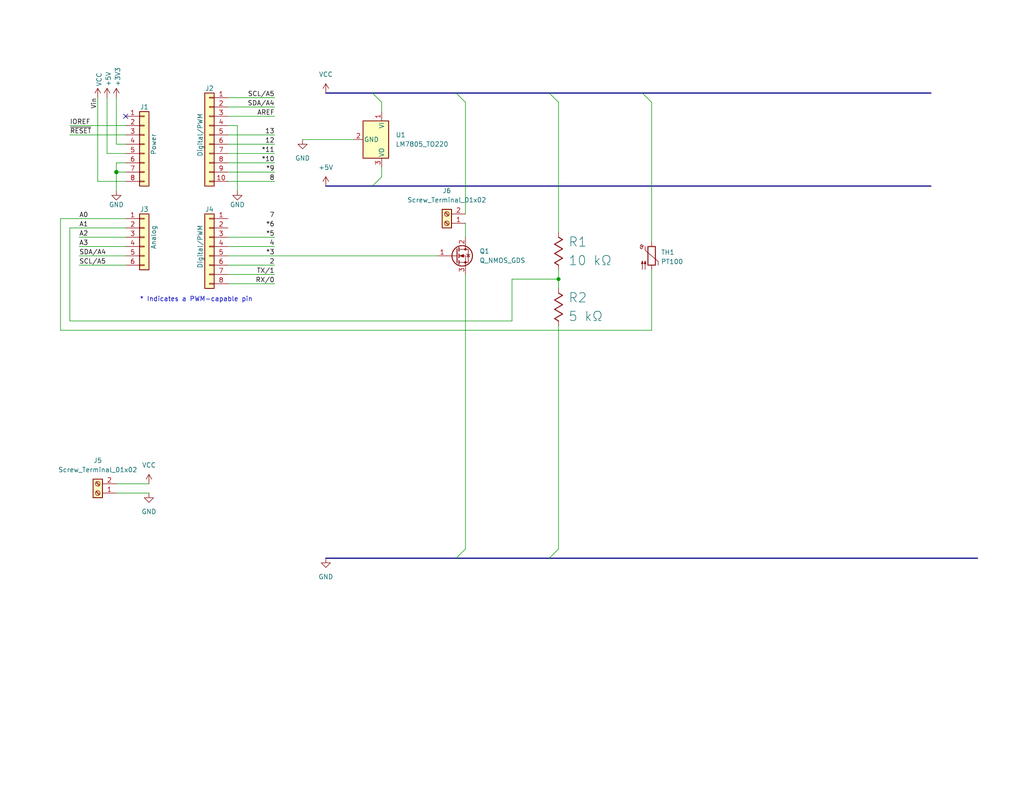
<source format=kicad_sch>
(kicad_sch (version 20230121) (generator eeschema)
  (paper "USLetter")
  (title_block (title "Windhsield Heater Controller") (date "2024-01-25") (rev "0") (company "ME692"))
  (lib_symbols
    (symbol "+5V_1" (power) (pin_names (offset 0))
      (property "Value" "+5V_1" (at 0 3.556 0))
      (symbol "+5V_1_0_1"
        (polyline (pts (xy -0.762 1.27) (xy 0 2.54)))
        (polyline (pts (xy 0 0) (xy 0 2.54)))
        (polyline (pts (xy 0 2.54) (xy 0.762 1.27)))
      )
      (symbol "+5V_1_1_1"
        (pin power_in line (at 0 0 90) (length 0) hide (name "+5V") (number "1"))
      )
    )
    (symbol "Connector:Screw_Terminal_01x02" (pin_names (offset 1.016) hide)
      (property "Reference" "J" (at 0 2.54 0))
      (property "Value" "Screw_Terminal_01x02" (at 0 -5.08 0))
      (symbol "Screw_Terminal_01x02_1_1"
        (rectangle (start -1.27 1.27) (end 1.27 -3.81) (stroke (width 0.254)) (fill (type background)))
        (circle (center 0 -2.54) (radius 0.635) (stroke (width 0.1524)))
        (polyline (pts (xy -0.5334 -2.2098) (xy 0.3302 -3.048)) (stroke (width 0.1524)))
        (polyline (pts (xy -0.5334 0.3302) (xy 0.3302 -0.508)) (stroke (width 0.1524)))
        (polyline (pts (xy -0.3556 -2.032) (xy 0.508 -2.8702)) (stroke (width 0.1524)))
        (polyline (pts (xy -0.3556 0.508) (xy 0.508 -0.3302)) (stroke (width 0.1524)))
        (circle (center 0 0) (radius 0.635) (stroke (width 0.1524)))
        (pin passive line (at -5.08 0 0) (length 3.81) (name "Pin_1") (number "1"))
        (pin passive line (at -5.08 -2.54 0) (length 3.81) (name "Pin_2") (number "2"))
      )
    )
    (symbol "Connector_Generic:Conn_01x06" (pin_names (offset 1.016) hide)
      (property "Reference" "J" (at 0 7.62 0))
      (property "Value" "Conn_01x06" (at 0 -10.16 0))
      (symbol "Conn_01x06_1_1"
        (rectangle (start -1.27 -7.493) (end 0 -7.747) (stroke (width 0.1524)))
        (rectangle (start -1.27 -4.953) (end 0 -5.207) (stroke (width 0.1524)))
        (rectangle (start -1.27 -2.413) (end 0 -2.667) (stroke (width 0.1524)))
        (rectangle (start -1.27 0.127) (end 0 -0.127) (stroke (width 0.1524)))
        (rectangle (start -1.27 2.667) (end 0 2.413) (stroke (width 0.1524)))
        (rectangle (start -1.27 5.207) (end 0 4.953) (stroke (width 0.1524)))
        (rectangle (start -1.27 6.35) (end 1.27 -8.89) (stroke (width 0.254)) (fill (type background)))
        (pin passive line (at -5.08 5.08 0) (length 3.81) (name "Pin_1") (number "1"))
        (pin passive line (at -5.08 2.54 0) (length 3.81) (name "Pin_2") (number "2"))
        (pin passive line (at -5.08 0 0) (length 3.81) (name "Pin_3") (number "3"))
        (pin passive line (at -5.08 -2.54 0) (length 3.81) (name "Pin_4") (number "4"))
        (pin passive line (at -5.08 -5.08 0) (length 3.81) (name "Pin_5") (number "5"))
        (pin passive line (at -5.08 -7.62 0) (length 3.81) (name "Pin_6") (number "6"))
      )
    )
    (symbol "Connector_Generic:Conn_01x08" (pin_names (offset 1.016) hide)
      (property "Reference" "J" (at 0 10.16 0))
      (property "Value" "Conn_01x08" (at 0 -12.7 0))
      (symbol "Conn_01x08_1_1"
        (rectangle (start -1.27 -10.033) (end 0 -10.287) (stroke (width 0.1524)))
        (rectangle (start -1.27 -7.493) (end 0 -7.747) (stroke (width 0.1524)))
        (rectangle (start -1.27 -4.953) (end 0 -5.207) (stroke (width 0.1524)))
        (rectangle (start -1.27 -2.413) (end 0 -2.667) (stroke (width 0.1524)))
        (rectangle (start -1.27 0.127) (end 0 -0.127) (stroke (width 0.1524)))
        (rectangle (start -1.27 2.667) (end 0 2.413) (stroke (width 0.1524)))
        (rectangle (start -1.27 5.207) (end 0 4.953) (stroke (width 0.1524)))
        (rectangle (start -1.27 7.747) (end 0 7.493) (stroke (width 0.1524)))
        (rectangle (start -1.27 8.89) (end 1.27 -11.43) (stroke (width 0.254)) (fill (type background)))
        (pin passive line (at -5.08 7.62 0) (length 3.81) (name "Pin_1") (number "1"))
        (pin passive line (at -5.08 5.08 0) (length 3.81) (name "Pin_2") (number "2"))
        (pin passive line (at -5.08 2.54 0) (length 3.81) (name "Pin_3") (number "3"))
        (pin passive line (at -5.08 0 0) (length 3.81) (name "Pin_4") (number "4"))
        (pin passive line (at -5.08 -2.54 0) (length 3.81) (name "Pin_5") (number "5"))
        (pin passive line (at -5.08 -5.08 0) (length 3.81) (name "Pin_6") (number "6"))
        (pin passive line (at -5.08 -7.62 0) (length 3.81) (name "Pin_7") (number "7"))
        (pin passive line (at -5.08 -10.16 0) (length 3.81) (name "Pin_8") (number "8"))
      )
    )
    (symbol "Connector_Generic:Conn_01x10" (pin_names (offset 1.016) hide)
      (property "Reference" "J" (at 0 12.7 0))
      (property "Value" "Conn_01x10" (at 0 -15.24 0))
      (symbol "Conn_01x10_1_1"
        (rectangle (start -1.27 -12.573) (end 0 -12.827) (stroke (width 0.1524)))
        (rectangle (start -1.27 -10.033) (end 0 -10.287) (stroke (width 0.1524)))
        (rectangle (start -1.27 -7.493) (end 0 -7.747) (stroke (width 0.1524)))
        (rectangle (start -1.27 -4.953) (end 0 -5.207) (stroke (width 0.1524)))
        (rectangle (start -1.27 -2.413) (end 0 -2.667) (stroke (width 0.1524)))
        (rectangle (start -1.27 0.127) (end 0 -0.127) (stroke (width 0.1524)))
        (rectangle (start -1.27 2.667) (end 0 2.413) (stroke (width 0.1524)))
        (rectangle (start -1.27 5.207) (end 0 4.953) (stroke (width 0.1524)))
        (rectangle (start -1.27 7.747) (end 0 7.493) (stroke (width 0.1524)))
        (rectangle (start -1.27 10.287) (end 0 10.033) (stroke (width 0.1524)))
        (rectangle (start -1.27 11.43) (end 1.27 -13.97) (stroke (width 0.254)) (fill (type background)))
        (pin passive line (at -5.08 10.16 0) (length 3.81) (name "Pin_1") (number "1"))
        (pin passive line (at -5.08 -12.7 0) (length 3.81) (name "Pin_10") (number "10"))
        (pin passive line (at -5.08 7.62 0) (length 3.81) (name "Pin_2") (number "2"))
        (pin passive line (at -5.08 5.08 0) (length 3.81) (name "Pin_3") (number "3"))
        (pin passive line (at -5.08 2.54 0) (length 3.81) (name "Pin_4") (number "4"))
        (pin passive line (at -5.08 0 0) (length 3.81) (name "Pin_5") (number "5"))
        (pin passive line (at -5.08 -2.54 0) (length 3.81) (name "Pin_6") (number "6"))
        (pin passive line (at -5.08 -5.08 0) (length 3.81) (name "Pin_7") (number "7"))
        (pin passive line (at -5.08 -7.62 0) (length 3.81) (name "Pin_8") (number "8"))
        (pin passive line (at -5.08 -10.16 0) (length 3.81) (name "Pin_9") (number "9"))
      )
    )
    (symbol "Device:Q_NMOS_GDS" (pin_names (offset 0) hide)
      (property "Reference" "Q" (at 5.08 1.27 0))
      (property "Value" "Q_NMOS_GDS" (at 5.08 -1.27 0))
      (symbol "Q_NMOS_GDS_0_1"
        (polyline (pts (xy 0.254 0) (xy -2.54 0)))
        (polyline (pts (xy 0.254 1.905) (xy 0.254 -1.905)) (stroke (width 0.254)))
        (polyline (pts (xy 0.762 -1.27) (xy 0.762 -2.286)) (stroke (width 0.254)))
        (polyline (pts (xy 0.762 0.508) (xy 0.762 -0.508)) (stroke (width 0.254)))
        (polyline (pts (xy 0.762 2.286) (xy 0.762 1.27)) (stroke (width 0.254)))
        (polyline (pts (xy 2.54 2.54) (xy 2.54 1.778)))
        (polyline (pts (xy 2.54 -2.54) (xy 2.54 0) (xy 0.762 0)))
        (polyline (pts (xy 0.762 -1.778) (xy 3.302 -1.778) (xy 3.302 1.778) (xy 0.762 1.778)))
        (polyline (pts (xy 1.016 0) (xy 2.032 0.381) (xy 2.032 -0.381) (xy 1.016 0)) (fill (type outline)))
        (polyline (pts (xy 2.794 0.508) (xy 2.921 0.381) (xy 3.683 0.381) (xy 3.81 0.254)))
        (polyline (pts (xy 3.302 0.381) (xy 2.921 -0.254) (xy 3.683 -0.254) (xy 3.302 0.381)))
        (circle (center 1.651 0) (radius 2.794) (stroke (width 0.254)))
        (circle (center 2.54 -1.778) (radius 0.254) (fill (type outline)))
        (circle (center 2.54 1.778) (radius 0.254) (fill (type outline)))
      )
      (symbol "Q_NMOS_GDS_1_1"
        (pin input line (at -5.08 0 0) (length 2.54) (name "G") (number "1"))
        (pin passive line (at 2.54 5.08 270) (length 2.54) (name "D") (number "2"))
        (pin passive line (at 2.54 -5.08 90) (length 2.54) (name "S") (number "3"))
      )
    )
    (symbol "GND_1" (power) (pin_names (offset 0))
      (property "Value" "GND_1" (at 0 -3.81 0))
      (symbol "GND_1_0_1"
        (polyline (pts (xy 0 0) (xy 0 -1.27) (xy 1.27 -1.27) (xy 0 -2.54) (xy -1.27 -1.27) (xy 0 -1.27)))
      )
      (symbol "GND_1_1_1"
        (pin power_in line (at 0 0 270) (length 0) hide (name "GND") (number "1"))
      )
    )
    (symbol "GND_2" (power) (pin_names (offset 0))
      (property "Value" "GND_2" (at 0 -3.81 0))
      (symbol "GND_2_0_1"
        (polyline (pts (xy 0 0) (xy 0 -1.27) (xy 1.27 -1.27) (xy 0 -2.54) (xy -1.27 -1.27) (xy 0 -1.27)))
      )
      (symbol "GND_2_1_1"
        (pin power_in line (at 0 0 270) (length 0) hide (name "GND") (number "1"))
      )
    )
    (symbol "GND_3" (power) (pin_names (offset 0))
      (property "Value" "GND_3" (at 0 -3.81 0))
      (symbol "GND_3_0_1"
        (polyline (pts (xy 0 0) (xy 0 -1.27) (xy 1.27 -1.27) (xy 0 -2.54) (xy -1.27 -1.27) (xy 0 -1.27)))
      )
      (symbol "GND_3_1_1"
        (pin power_in line (at 0 0 270) (length 0) hide (name "GND") (number "1"))
      )
    )
    (symbol "PCM_Generic:R,IEEE" (pin_numbers hide) (pin_names (offset 0) hide)
      (property "Reference" "R" (at 2.54 2.54 0))
      (property "Value" "R,IEEE" (at 2.54 -2.54 0))
      (symbol "R,IEEE_1_1"
        (polyline (pts (xy 0 3.81) (xy 1.0922 3.175) (xy -1.0922 1.905) (xy 1.0922 0.635) (xy -1.0922 -0.635) (xy 1.0922 -1.905) (xy -1.0922 -3.175) (xy 0 -3.81)) (stroke (width 0.254)))
        (pin passive line (at 0 5.08 270) (length 1.27) (name "+") (number "1"))
        (pin passive line (at 0 -5.08 90) (length 1.27) (name "-") (number "2"))
      )
    )
    (symbol "Regulator_Linear:LM7805_TO220" (pin_names (offset 0.254))
      (property "Reference" "U" (at -3.81 3.175 0))
      (property "Value" "LM7805_TO220" (at 0 3.175 0))
      (symbol "LM7805_TO220_0_1"
        (rectangle (start -5.08 1.905) (end 5.08 -5.08) (stroke (width 0.254)) (fill (type background)))
      )
      (symbol "LM7805_TO220_1_1"
        (pin power_in line (at -7.62 0 0) (length 2.54) (name "VI") (number "1"))
        (pin power_in line (at 0 -7.62 90) (length 2.54) (name "GND") (number "2"))
        (pin power_out line (at 7.62 0 180) (length 2.54) (name "VO") (number "3"))
      )
    )
    (symbol "Sensor_Temperature:PT100" (pin_numbers hide) (pin_names (offset 0))
      (property "Reference" "TH" (at -4.445 0 90))
      (property "Value" "PT100" (at 3.175 0 90))
      (symbol "PT100_0_1"
        (arc (start -3.048 2.159) (mid -3.0495 2.3143) (end -3.175 2.413))
        (arc (start -3.048 2.159) (mid -2.9736 1.9794) (end -2.794 1.905))
        (arc (start -3.048 2.794) (mid -2.9736 2.6144) (end -2.794 2.54))
        (arc (start -2.794 1.905) (mid -2.6144 1.9794) (end -2.54 2.159))
        (arc (start -2.794 2.54) (mid -2.4393 2.5587) (end -2.159 2.794))
        (arc (start -2.794 3.048) (mid -2.9736 2.9736) (end -3.048 2.794))
        (arc (start -2.54 2.794) (mid -2.6144 2.9736) (end -2.794 3.048))
        (rectangle (start -1.016 2.54) (end 1.016 -2.54) (stroke (width 0.254)))
        (polyline (pts (xy -2.54 2.159) (xy -2.54 2.794)))
        (polyline (pts (xy -1.778 2.54) (xy -1.778 1.524) (xy 1.778 -1.524) (xy 1.778 -2.54)))
        (polyline (pts (xy -2.54 -3.683) (xy -2.54 -1.397) (xy -2.794 -2.159) (xy -2.286 -2.159) (xy -2.54 -1.397) (xy -2.54 -1.651)) (fill (type outline)))
        (polyline (pts (xy -1.778 -3.683) (xy -1.778 -1.397) (xy -2.032 -2.159) (xy -1.524 -2.159) (xy -1.778 -1.397) (xy -1.778 -1.651)) (fill (type outline)))
      )
      (symbol "PT100_1_1"
        (pin passive line (at 0 3.81 270) (length 1.27) (name "~") (number "1"))
        (pin passive line (at 0 -3.81 90) (length 1.27) (name "~") (number "2"))
      )
    )
    (symbol "VCC_1" (power) (pin_names (offset 0))
      (property "Value" "VCC_1" (at 0 3.81 0))
      (symbol "VCC_1_0_1"
        (polyline (pts (xy -0.762 1.27) (xy 0 2.54)))
        (polyline (pts (xy 0 0) (xy 0 2.54)))
        (polyline (pts (xy 0 2.54) (xy 0.762 1.27)))
      )
      (symbol "VCC_1_1_1"
        (pin power_in line (at 0 0 90) (length 0) hide (name "VCC") (number "1"))
      )
    )
    (symbol "VCC_2" (power) (pin_names (offset 0))
      (property "Value" "VCC_2" (at 0 3.81 0))
      (symbol "VCC_2_0_1"
        (polyline (pts (xy -0.762 1.27) (xy 0 2.54)))
        (polyline (pts (xy 0 0) (xy 0 2.54)))
        (polyline (pts (xy 0 2.54) (xy 0.762 1.27)))
      )
      (symbol "VCC_2_1_1"
        (pin power_in line (at 0 0 90) (length 0) hide (name "VCC") (number "1"))
      )
    )
    (symbol "power:+3V3" (power) (pin_names (offset 0))
      (property "Value" "+3V3" (at 0 3.556 0))
      (symbol "+3V3_0_1"
        (polyline (pts (xy -0.762 1.27) (xy 0 2.54)))
        (polyline (pts (xy 0 0) (xy 0 2.54)))
        (polyline (pts (xy 0 2.54) (xy 0.762 1.27)))
      )
      (symbol "+3V3_1_1"
        (pin power_in line (at 0 0 90) (length 0) hide (name "+3V3") (number "1"))
      )
    )
    (symbol "power:+5V" (power) (pin_names (offset 0))
      (property "Value" "+5V" (at 0 3.556 0))
      (symbol "+5V_0_1"
        (polyline (pts (xy -0.762 1.27) (xy 0 2.54)))
        (polyline (pts (xy 0 0) (xy 0 2.54)))
        (polyline (pts (xy 0 2.54) (xy 0.762 1.27)))
      )
      (symbol "+5V_1_1"
        (pin power_in line (at 0 0 90) (length 0) hide (name "+5V") (number "1"))
      )
    )
    (symbol "power:GND" (power) (pin_names (offset 0))
      (property "Value" "GND" (at 0 -3.81 0))
      (symbol "GND_0_1"
        (polyline (pts (xy 0 0) (xy 0 -1.27) (xy 1.27 -1.27) (xy 0 -2.54) (xy -1.27 -1.27) (xy 0 -1.27)))
      )
      (symbol "GND_1_1"
        (pin power_in line (at 0 0 270) (length 0) hide (name "GND") (number "1"))
      )
    )
    (symbol "power:VCC" (power) (pin_names (offset 0))
      (property "Value" "VCC" (at 0 3.81 0))
      (symbol "VCC_0_1"
        (polyline (pts (xy -0.762 1.27) (xy 0 2.54)))
        (polyline (pts (xy 0 0) (xy 0 2.54)))
        (polyline (pts (xy 0 2.54) (xy 0.762 1.27)))
      )
      (symbol "VCC_1_1"
        (pin power_in line (at 0 0 90) (length 0) hide (name "VCC") (number "1"))
      )
    )
  )
  (junction (at 31.75 46.99) (diameter 1.016))
  (junction (at 152.4 76.2))
  (no_connect (at 34.29 31.75))
  (bus_entry (at 124.46 152.4) (size 2.54 -2.54))
  (bus_entry (at 101.6 25.4) (size 2.54 2.54))
  (bus_entry (at 175.26 25.4) (size 2.54 2.54))
  (bus_entry (at 149.86 152.4) (size 2.54 -2.54))
  (bus_entry (at 124.46 25.4) (size 2.54 2.54))
  (bus_entry (at 101.6 50.8) (size 2.54 -2.54))
  (bus_entry (at 149.86 25.4) (size 2.54 2.54))
  (wire (pts (xy 62.23 77.47) (xy 74.93 77.47)))
  (wire (pts (xy 177.8 27.94) (xy 177.8 66.04)))
  (wire (pts (xy 82.55 38.1) (xy 96.52 38.1)))
  (wire (pts (xy 62.23 44.45) (xy 74.93 44.45)))
  (wire (pts (xy 62.23 26.67) (xy 74.93 26.67)))
  (wire (pts (xy 31.75 44.45) (xy 31.75 46.99)))
  (bus (pts (xy 124.46 152.4) (xy 149.86 152.4)))
  (wire (pts (xy 21.59 72.39) (xy 34.29 72.39)))
  (wire (pts (xy 127 60.96) (xy 127 64.77)))
  (bus (pts (xy 88.9 25.4) (xy 101.6 25.4)))
  (wire (pts (xy 31.75 46.99) (xy 31.75 52.07)))
  (wire (pts (xy 31.75 39.37) (xy 34.29 39.37)))
  (wire (pts (xy 177.8 90.17) (xy 16.51 90.17)))
  (wire (pts (xy 29.21 41.91) (xy 34.29 41.91)))
  (wire (pts (xy 29.21 26.67) (xy 29.21 41.91)))
  (wire (pts (xy 152.4 27.94) (xy 152.4 63.5)))
  (wire (pts (xy 62.23 36.83) (xy 74.93 36.83)))
  (wire (pts (xy 31.75 26.67) (xy 31.75 39.37)))
  (wire (pts (xy 104.14 27.94) (xy 104.14 30.48)))
  (wire (pts (xy 40.64 132.08) (xy 31.75 132.08)))
  (wire (pts (xy 16.51 59.69) (xy 34.29 59.69)))
  (wire (pts (xy 62.23 39.37) (xy 74.93 39.37)))
  (bus (pts (xy 175.26 25.4) (xy 149.86 25.4)))
  (wire (pts (xy 16.51 90.17) (xy 16.51 59.69)))
  (wire (pts (xy 152.4 88.9) (xy 152.4 149.86)))
  (wire (pts (xy 152.4 73.66) (xy 152.4 76.2)))
  (wire (pts (xy 104.14 45.72) (xy 104.14 48.26)))
  (wire (pts (xy 62.23 46.99) (xy 74.93 46.99)))
  (bus (pts (xy 101.6 25.4) (xy 124.46 25.4)))
  (wire (pts (xy 127 74.93) (xy 127 149.86)))
  (wire (pts (xy 62.23 67.31) (xy 74.93 67.31)))
  (wire (pts (xy 19.05 34.29) (xy 34.29 34.29)))
  (wire (pts (xy 62.23 69.85) (xy 119.38 69.85)))
  (wire (pts (xy 127 27.94) (xy 127 58.42)))
  (wire (pts (xy 64.77 34.29) (xy 64.77 52.07)))
  (wire (pts (xy 62.23 31.75) (xy 74.93 31.75)))
  (wire (pts (xy 139.7 87.63) (xy 139.7 76.2)))
  (wire (pts (xy 34.29 64.77) (xy 21.59 64.77)))
  (wire (pts (xy 19.05 36.83) (xy 34.29 36.83)))
  (wire (pts (xy 34.29 46.99) (xy 31.75 46.99)))
  (wire (pts (xy 40.64 134.62) (xy 31.75 134.62)))
  (wire (pts (xy 19.05 87.63) (xy 139.7 87.63)))
  (bus (pts (xy 88.9 50.8) (xy 101.6 50.8)))
  (wire (pts (xy 34.29 49.53) (xy 26.67 49.53)))
  (wire (pts (xy 19.05 62.23) (xy 34.29 62.23)))
  (wire (pts (xy 139.7 76.2) (xy 152.4 76.2)))
  (wire (pts (xy 62.23 34.29) (xy 64.77 34.29)))
  (bus (pts (xy 124.46 25.4) (xy 149.86 25.4)))
  (wire (pts (xy 34.29 44.45) (xy 31.75 44.45)))
  (wire (pts (xy 62.23 41.91) (xy 74.93 41.91)))
  (bus (pts (xy 175.26 25.4) (xy 254 25.4)))
  (wire (pts (xy 152.4 76.2) (xy 152.4 78.74)))
  (bus (pts (xy 149.86 152.4) (xy 266.7 152.4)))
  (wire (pts (xy 62.23 64.77) (xy 74.93 64.77)))
  (wire (pts (xy 21.59 67.31) (xy 34.29 67.31)))
  (bus (pts (xy 88.9 152.4) (xy 124.46 152.4)))
  (wire (pts (xy 177.8 90.17) (xy 177.8 73.66)))
  (wire (pts (xy 62.23 29.21) (xy 74.93 29.21)))
  (wire (pts (xy 62.23 72.39) (xy 74.93 72.39)))
  (wire (pts (xy 62.23 74.93) (xy 74.93 74.93)))
  (wire (pts (xy 26.67 49.53) (xy 26.67 26.67)))
  (wire (pts (xy 34.29 69.85) (xy 21.59 69.85)))
  (wire (pts (xy 62.23 49.53) (xy 74.93 49.53)))
  (wire (pts (xy 19.05 87.63) (xy 19.05 62.23)))
  (bus (pts (xy 101.6 50.8) (xy 254 50.8)))
  (text "* Indicates a PWM-capable pin" (at 38.1 82.55 0) (effects (font (size 1.27 1.27)) (justify left bottom)))
  (label "RX{slash}0" (at 74.93 77.47 180))
  (label "A2" (at 21.59 64.77 0))
  (label "4" (at 74.93 67.31 180))
  (label "2" (at 74.93 72.39 180))
  (label "A3" (at 21.59 67.31 0))
  (label "13" (at 74.93 36.83 180))
  (label "12" (at 74.93 39.37 180))
  (label "~{RESET}" (at 19.05 36.83 0))
  (label "*10" (at 74.93 44.45 180))
  (label "7" (at 74.93 59.69 180))
  (label "SDA{slash}A4" (at 74.93 29.21 180))
  (label "8" (at 74.93 49.53 180))
  (label "*11" (at 74.93 41.91 180))
  (label "*3" (at 74.93 69.85 180))
  (label "A1" (at 21.59 62.23 0))
  (label "TX{slash}1" (at 74.93 74.93 180))
  (label "A0" (at 21.59 59.69 0))
  (label "AREF" (at 74.93 31.75 180))
  (label "Vin" (at 26.67 26.67 270))
  (label "*6" (at 74.93 62.23 180))
  (label "SCL{slash}A5" (at 74.93 26.67 180))
  (label "*9" (at 74.93 46.99 180))
  (label "*5" (at 74.93 64.77 180))
  (label "IOREF" (at 19.05 34.29 0))
  (label "SDA{slash}A4" (at 21.59 69.85 0))
  (label "SCL{slash}A5" (at 21.59 72.39 0))
  (symbol (lib_id "Connector_Generic:Conn_01x08") (at 39.37 39.37 0) (unit 1)
    (property "Reference" "J1" (at 39.37 29.21 0))
    (property "Value" "Power" (at 41.91 39.37 90))
    (property "Footprint" "Connector_PinSocket_2.54mm:PinSocket_1x08_P2.54mm_Vertical" (effects hide))
  )
  (symbol (lib_id "power:+3V3") (at 31.75 26.67 0) (unit 1)
    (property "Reference" "#PWR03" (effects hide))
    (property "Value" "+3.3V" (at 32.131 23.622 90) (effects (justify left)))
  )
  (symbol (lib_id "power:+5V") (at 29.21 26.67 0) (unit 1)
    (property "Reference" "#PWR02" (effects hide))
    (property "Value" "+5V" (at 29.5656 23.622 90) (effects (justify left)))
  )
  (symbol (lib_id "power:GND") (at 31.75 52.07 0) (unit 1)
    (property "Reference" "#PWR04" (effects hide))
    (property "Value" "GND" (at 31.75 55.88 0))
  )
  (symbol (lib_id "Connector_Generic:Conn_01x10") (at 57.15 36.83 0) (mirror y) (unit 1)
    (property "Reference" "J2" (at 57.15 24.13 0))
    (property "Value" "Digital/PWM" (at 54.61 36.83 90))
    (property "Footprint" "Connector_PinSocket_2.54mm:PinSocket_1x10_P2.54mm_Vertical" (effects hide))
  )
  (symbol (lib_id "power:GND") (at 64.77 52.07 0) (unit 1)
    (property "Reference" "#PWR05" (effects hide))
    (property "Value" "GND" (at 64.77 55.88 0))
  )
  (symbol (lib_id "Connector_Generic:Conn_01x06") (at 39.37 64.77 0) (unit 1)
    (property "Reference" "J3" (at 39.37 57.15 0))
    (property "Value" "Analog" (at 41.91 64.77 90))
    (property "Footprint" "Connector_PinSocket_2.54mm:PinSocket_1x06_P2.54mm_Vertical" (effects hide))
  )
  (symbol (lib_id "Connector_Generic:Conn_01x08") (at 57.15 67.31 0) (mirror y) (unit 1)
    (property "Reference" "J4" (at 57.15 57.15 0))
    (property "Value" "Digital/PWM" (at 54.61 67.31 90))
    (property "Footprint" "Connector_PinSocket_2.54mm:PinSocket_1x08_P2.54mm_Vertical" (effects hide))
  )
  (symbol (lib_name "GND_3") (lib_id "power:GND") (at 40.64 134.62 0) (unit 1)
    (property "Reference" "#PWR011" (effects hide))
    (property "Value" "GND" (at 40.64 139.7 0))
  )
  (symbol (lib_name "GND_2") (lib_id "power:GND") (at 82.55 38.1 0) (unit 1)
    (property "Reference" "#PWR010" (effects hide))
    (property "Value" "GND" (at 82.55 43.18 0))
  )
  (symbol (lib_name "VCC_1") (lib_id "power:VCC") (at 88.9 25.4 0) (unit 1)
    (property "Reference" "#PWR06" (effects hide))
    (property "Value" "VCC" (at 88.9 20.32 0))
  )
  (symbol (lib_id "PCM_Generic:R,IEEE") (at 152.4 83.82 0) (unit 1)
    (property "Reference" "R2" (at 154.94 81.2799 0) (effects (font (size 2.54 2.54)) (justify left)))
    (property "Value" "5 kΩ" (at 154.94 86.3599 0) (effects (font (size 2.54 2.54)) (justify left)))
    (property "Footprint" "Resistor_THT:R_Axial_DIN0207_L6.3mm_D2.5mm_P10.16mm_Horizontal" (effects hide))
    (property "Indicator" "+" (effects hide))
  )
  (symbol (lib_id "Connector:Screw_Terminal_01x02") (at 26.67 134.62 180) (unit 1)
    (property "Reference" "J5" (at 26.67 125.73 0))
    (property "Value" "Screw_Terminal_01x02" (at 26.67 128.27 0))
    (property "Footprint" "Connector_PinHeader_2.54mm:PinHeader_1x02_P2.54mm_Vertical" (effects hide))
  )
  (symbol (lib_id "Connector:Screw_Terminal_01x02") (at 121.92 60.96 180) (unit 1)
    (property "Reference" "J6" (at 121.92 52.07 0))
    (property "Value" "Screw_Terminal_01x02" (at 121.92 54.61 0))
    (property "Footprint" "Connector_PinHeader_2.54mm:PinHeader_1x02_P2.54mm_Vertical" (effects hide))
  )
  (symbol (lib_id "power:VCC") (at 26.67 26.67 0) (unit 1)
    (property "Reference" "#PWR01" (effects hide))
    (property "Value" "VCC" (at 27.051 23.622 90) (effects (justify left)))
  )
  (symbol (lib_name "+5V_1") (lib_id "power:+5V") (at 88.9 50.8 0) (unit 1)
    (property "Reference" "#PWR08" (effects hide))
    (property "Value" "+5V" (at 88.9 45.72 0))
  )
  (symbol (lib_id "Regulator_Linear:LM7805_TO220") (at 104.14 38.1 270) (unit 1)
    (property "Reference" "U1" (at 107.95 36.83 90) (effects (justify left)))
    (property "Value" "LM7805_TO220" (at 107.95 39.37 90) (effects (justify left)))
    (property "Footprint" "Package_TO_SOT_THT:TO-220-3_Vertical" (effects hide))
    (property "Datasheet" "https://www.onsemi.cn/PowerSolutions/document/MC7800-D.PDF" (effects hide))
  )
  (symbol (lib_id "PCM_Generic:R,IEEE") (at 152.4 68.58 0) (unit 1)
    (property "Reference" "R1" (at 154.94 66.0399 0) (effects (font (size 2.54 2.54)) (justify left)))
    (property "Value" "10 kΩ" (at 154.94 71.1199 0) (effects (font (size 2.54 2.54)) (justify left)))
    (property "Footprint" "Resistor_THT:R_Axial_DIN0207_L6.3mm_D2.5mm_P10.16mm_Horizontal" (effects hide))
    (property "Indicator" "+" (effects hide))
  )
  (symbol (lib_name "VCC_2") (lib_id "power:VCC") (at 40.64 132.08 0) (unit 1)
    (property "Reference" "#PWR09" (effects hide))
    (property "Value" "VCC" (at 40.64 127 0))
  )
  (symbol (lib_id "Sensor_Temperature:PT100") (at 177.8 69.85 0) (unit 1)
    (property "Reference" "TH1" (at 180.34 68.8975 0) (effects (justify left)))
    (property "Value" "PT100" (at 180.34 71.4375 0) (effects (justify left)))
    (property "Footprint" "Connector_JST:JST_XH_B2B-XH-A_1x02_P2.50mm_Vertical" (effects hide))
    (property "Datasheet" "https://www.heraeus.com/media/media/group/doc_group/products_1/hst/sot_to/de_15/to_92_d.pdf" (effects hide))
  )
  (symbol (lib_id "Device:Q_NMOS_GDS") (at 124.46 69.85 0) (unit 1)
    (property "Reference" "Q1" (at 130.81 68.58 0) (effects (justify left)))
    (property "Value" "Q_NMOS_GDS" (at 130.81 71.12 0) (effects (justify left)))
    (property "Footprint" "Package_TO_SOT_THT:TO-220-3_Vertical" (effects hide))
    (property "Datasheet" "https://4donline.ihs.com/images/VipMasterIC/IC/NEXP/NEXP-S-A0003060256/NEXP-S-A0003059732-1.pdf?hkey=6D3A4C79FDBF58556ACFDE234799DDF0" (effects hide))
    (property "Catalog No" "74AH1189 " (effects hide))
    (property "Vendor" "Newark" (effects hide))
  )
  (symbol (lib_name "GND_1") (lib_id "power:GND") (at 88.9 152.4 0) (unit 1)
    (property "Reference" "#PWR07" (effects hide))
    (property "Value" "GND" (at 88.9 157.48 0))
  )
)
</source>
